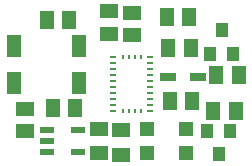
<source format=gbr>
G04 EAGLE Gerber RS-274X export*
G75*
%MOMM*%
%FSLAX34Y34*%
%LPD*%
%INSolderpaste Top*%
%IPPOS*%
%AMOC8*
5,1,8,0,0,1.08239X$1,22.5*%
G01*
%ADD10R,0.475000X0.250000*%
%ADD11R,0.250000X0.375000*%
%ADD12R,1.500000X1.300000*%
%ADD13R,1.300000X1.500000*%
%ADD14R,1.300000X1.900000*%
%ADD15R,1.500000X1.200000*%
%ADD16R,1.000000X1.200000*%
%ADD17R,1.300000X1.200000*%
%ADD18R,1.200000X0.550000*%
%ADD19R,1.350000X0.800000*%


D10*
X117725Y79100D03*
D11*
X125850Y78475D03*
X130850Y78475D03*
X135850Y78475D03*
X140850Y78475D03*
D10*
X148975Y79100D03*
X148975Y84100D03*
X148975Y89100D03*
X148975Y94100D03*
X148975Y99100D03*
X148975Y104100D03*
X148975Y109100D03*
X148975Y114100D03*
X148975Y119100D03*
X148975Y124100D03*
D11*
X140850Y124725D03*
X135850Y124725D03*
X130850Y124725D03*
X125850Y124725D03*
D10*
X117725Y124100D03*
X117725Y119100D03*
X117725Y114100D03*
X117725Y109100D03*
X117725Y104100D03*
X117725Y99100D03*
X117725Y94100D03*
X117725Y89100D03*
X117725Y84100D03*
D12*
X114300Y163170D03*
X114300Y144170D03*
X133350Y161900D03*
X133350Y142900D03*
D13*
X163220Y158750D03*
X182220Y158750D03*
X224130Y109220D03*
X205130Y109220D03*
X202590Y78740D03*
X221590Y78740D03*
D14*
X88460Y134110D03*
X33460Y134110D03*
X33460Y102110D03*
X88460Y102110D03*
D13*
X66700Y81280D03*
X85700Y81280D03*
X61620Y156210D03*
X80620Y156210D03*
X184760Y87630D03*
X165760Y87630D03*
D15*
X124460Y41570D03*
X124460Y62570D03*
D16*
X209550Y147160D03*
X219050Y127160D03*
X200050Y127160D03*
X207010Y42070D03*
X197510Y62070D03*
X216510Y62070D03*
D17*
X146050Y43180D03*
X146050Y63500D03*
X179070Y43180D03*
X179070Y63500D03*
D18*
X61929Y62840D03*
X61929Y53340D03*
X61929Y43840D03*
X87931Y43840D03*
X87931Y62840D03*
D12*
X43180Y61620D03*
X43180Y80620D03*
D15*
X105410Y63840D03*
X105410Y42840D03*
D13*
X164490Y132080D03*
X183490Y132080D03*
D19*
X189230Y107950D03*
X163830Y107950D03*
M02*

</source>
